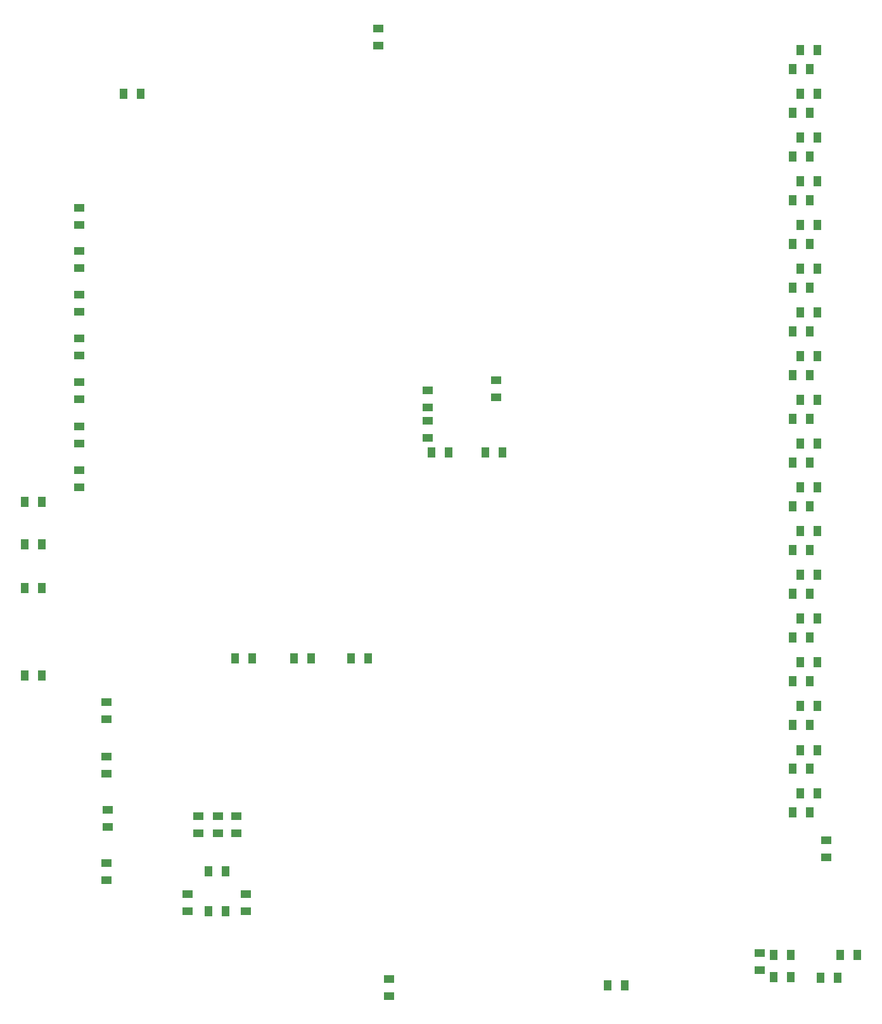
<source format=gbp>
G04*
G04 #@! TF.GenerationSoftware,Altium Limited,Altium Designer,21.0.8 (223)*
G04*
G04 Layer_Color=128*
%FSTAX24Y24*%
%MOIN*%
G70*
G04*
G04 #@! TF.SameCoordinates,8A4C6F49-4F26-47D5-9FDB-2FD25450CC73*
G04*
G04*
G04 #@! TF.FilePolarity,Positive*
G04*
G01*
G75*
%ADD23R,0.0394X0.0550*%
%ADD25R,0.0550X0.0394*%
D23*
X0505Y0147D02*
D03*
X0514D02*
D03*
X04805Y014734D02*
D03*
X04895D02*
D03*
X04995Y0234D02*
D03*
X04905D02*
D03*
X04945Y0244D02*
D03*
X05035D02*
D03*
X04995Y0257D02*
D03*
X04905D02*
D03*
X04945Y026684D02*
D03*
X05035D02*
D03*
X04995Y028D02*
D03*
X04905D02*
D03*
X04945Y029D02*
D03*
X05035D02*
D03*
X04995Y0303D02*
D03*
X04905D02*
D03*
X04945Y0313D02*
D03*
X05035D02*
D03*
X04995Y0326D02*
D03*
X04905D02*
D03*
X04945Y0336D02*
D03*
X05035D02*
D03*
X04995Y0349D02*
D03*
X04905D02*
D03*
X04945Y0359D02*
D03*
X05035D02*
D03*
X04995Y0372D02*
D03*
X04905D02*
D03*
X04945Y0382D02*
D03*
X05035D02*
D03*
X04995Y0395D02*
D03*
X04905D02*
D03*
X04945Y0405D02*
D03*
X05035D02*
D03*
X04995Y0418D02*
D03*
X04905D02*
D03*
X04945Y0428D02*
D03*
X05035D02*
D03*
X04995Y0441D02*
D03*
X04905D02*
D03*
X04945Y0451D02*
D03*
X05035D02*
D03*
X04995Y0464D02*
D03*
X04905D02*
D03*
X04945Y0474D02*
D03*
X05035D02*
D03*
X04995Y0487D02*
D03*
X04905D02*
D03*
X04945Y0497D02*
D03*
X05035D02*
D03*
X04995Y051D02*
D03*
X04905D02*
D03*
X04945Y052D02*
D03*
X05035D02*
D03*
X04995Y0533D02*
D03*
X04905D02*
D03*
X04945Y0543D02*
D03*
X05035D02*
D03*
X04995Y0556D02*
D03*
X04905D02*
D03*
X04945Y0566D02*
D03*
X05035D02*
D03*
X04995Y0579D02*
D03*
X04905D02*
D03*
X04945Y0589D02*
D03*
X05035D02*
D03*
X04995Y0602D02*
D03*
X04905D02*
D03*
X04945Y0612D02*
D03*
X05035D02*
D03*
X04995Y0625D02*
D03*
X04905D02*
D03*
X04945Y0635D02*
D03*
X05035D02*
D03*
X00955Y0352D02*
D03*
X00865D02*
D03*
X033781Y04235D02*
D03*
X032881D02*
D03*
X01386Y061191D02*
D03*
X01476D02*
D03*
X03095Y04235D02*
D03*
X03005D02*
D03*
X00865Y03975D02*
D03*
X00955D02*
D03*
X01972Y0315D02*
D03*
X02062D02*
D03*
X02281D02*
D03*
X02371D02*
D03*
X02582D02*
D03*
X02672D02*
D03*
X0183Y0182D02*
D03*
X0192D02*
D03*
X0402Y0143D02*
D03*
X0393D02*
D03*
X0183Y0203D02*
D03*
X0192D02*
D03*
X051547Y0159D02*
D03*
X052447D02*
D03*
X04895D02*
D03*
X04805D02*
D03*
X00865Y0306D02*
D03*
X00955D02*
D03*
X00865Y0375D02*
D03*
X00955D02*
D03*
D25*
X0115Y0414D02*
D03*
Y0405D02*
D03*
Y0437D02*
D03*
Y0428D02*
D03*
X01151Y04605D02*
D03*
Y04515D02*
D03*
X0115Y05295D02*
D03*
Y05205D02*
D03*
Y0552D02*
D03*
Y0543D02*
D03*
X0473Y0151D02*
D03*
Y016D02*
D03*
X0508Y02105D02*
D03*
Y02195D02*
D03*
X03345Y04615D02*
D03*
Y04525D02*
D03*
X02985Y0447D02*
D03*
Y0456D02*
D03*
Y0431D02*
D03*
Y044D02*
D03*
X02725Y06375D02*
D03*
Y06465D02*
D03*
X0278Y01375D02*
D03*
Y01465D02*
D03*
X02029Y0182D02*
D03*
Y0191D02*
D03*
X01721Y0191D02*
D03*
Y0182D02*
D03*
X01779Y0232D02*
D03*
Y0223D02*
D03*
X01881Y0223D02*
D03*
Y0232D02*
D03*
X01979Y0232D02*
D03*
Y0223D02*
D03*
X01295Y02075D02*
D03*
Y01985D02*
D03*
X013Y02355D02*
D03*
Y02265D02*
D03*
X01295Y0292D02*
D03*
Y0283D02*
D03*
Y02635D02*
D03*
Y02545D02*
D03*
X01151Y04975D02*
D03*
Y05065D02*
D03*
Y04745D02*
D03*
Y04835D02*
D03*
M02*

</source>
